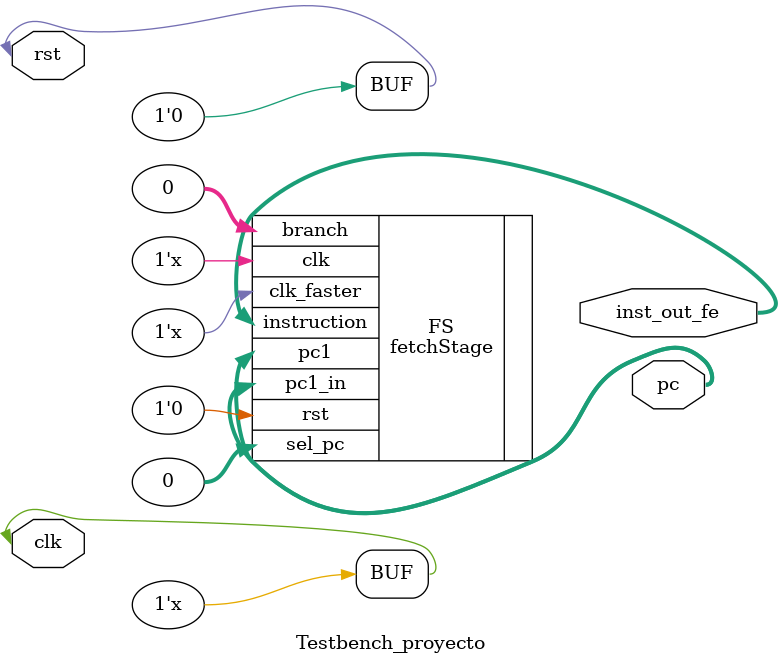
<source format=v>
module Testbench_proyecto(
	input clk,
	input rst,
	output [31:0] pc,
	output [47:0] inst_out_fe
);


	//OUTPUTS fetchStage
	//wire [47:0] inst_out_fe; //pc_out_fecthStage

	fetchStage FS(
		.clk(clk),
		.clk_faster(clk),
		.rst(rst),
		.pc1_in(pc),//pc1_out_exmem_reg),
		.branch(0),
		.sel_pc(0),//opcode_out_exmem_reg[5] & flagsMEM_out_exmem_reg[2]),
		.pc1(pc),
		.instruction(inst_out_fe)
	);
	
	

	initial begin
		// Initialize Inputs
		rst = 1;
		clk = 1;

		// Wait 100 ns for global reset to finish
		#100;
      
		rst = 0;
		
	end
	
	always begin
		#10  clk = ~clk; 
	end

endmodule 
</source>
